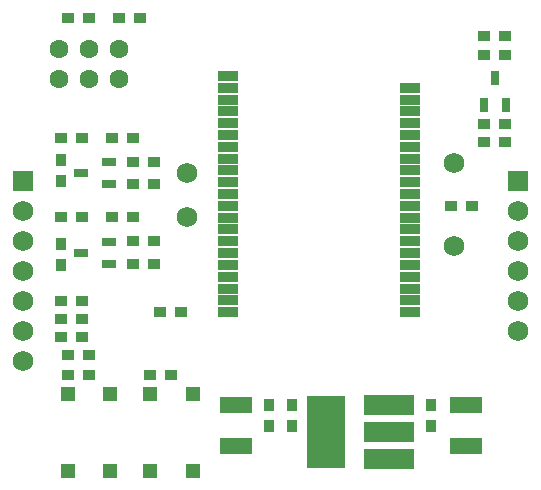
<source format=gts>
%FSLAX25Y25*%
%MOIN*%
G70*
G01*
G75*
G04 Layer_Color=8388736*
%ADD10R,0.03500X0.03000*%
%ADD11R,0.02362X0.04299*%
%ADD12R,0.03000X0.03500*%
%ADD13R,0.04299X0.02362*%
%ADD14R,0.09843X0.04724*%
%ADD15R,0.11811X0.23622*%
%ADD16R,0.15748X0.06000*%
%ADD17R,0.03937X0.03937*%
%ADD18R,0.03937X0.03937*%
%ADD19R,0.05709X0.02756*%
%ADD20C,0.03000*%
%ADD21C,0.01000*%
%ADD22C,0.05000*%
%ADD23C,0.02500*%
%ADD24C,0.02000*%
%ADD25C,0.06000*%
%ADD26R,0.10000X0.16933*%
%ADD27C,0.05512*%
%ADD28C,0.06000*%
%ADD29R,0.06000X0.06000*%
%ADD30C,0.02500*%
%ADD31C,0.00500*%
%ADD32C,0.00787*%
%ADD33C,0.00600*%
%ADD34C,0.00800*%
%ADD35C,0.01500*%
%ADD36R,0.11811X0.01300*%
%ADD37C,0.00100*%
%ADD38R,0.04300X0.03800*%
%ADD39R,0.03162X0.05099*%
%ADD40R,0.03800X0.04300*%
%ADD41R,0.05099X0.03162*%
%ADD42R,0.10642X0.05524*%
%ADD43R,0.12611X0.24422*%
%ADD44R,0.16548X0.06800*%
%ADD45R,0.04737X0.04737*%
%ADD46R,0.04737X0.04737*%
%ADD47R,0.06509X0.03556*%
%ADD48C,0.06312*%
%ADD49C,0.06800*%
%ADD50R,0.06800X0.06800*%
D38*
X159500Y155500D02*
D03*
X166500D02*
D03*
X159500Y126000D02*
D03*
X166500D02*
D03*
Y120000D02*
D03*
X159500D02*
D03*
X166500Y149000D02*
D03*
X159500D02*
D03*
X18500Y121500D02*
D03*
X25500D02*
D03*
X18500Y95000D02*
D03*
X25500D02*
D03*
X42500Y121500D02*
D03*
X35500D02*
D03*
X42500Y95000D02*
D03*
X35500D02*
D03*
X45000Y161600D02*
D03*
X38000D02*
D03*
X21000D02*
D03*
X28000D02*
D03*
X21000Y49000D02*
D03*
X28000D02*
D03*
X49500Y79500D02*
D03*
X42500D02*
D03*
X49500Y87000D02*
D03*
X42500D02*
D03*
X49500Y106000D02*
D03*
X42500D02*
D03*
X49500Y113500D02*
D03*
X42500D02*
D03*
X28000Y42500D02*
D03*
X21000D02*
D03*
X48300D02*
D03*
X55300D02*
D03*
X51500Y63500D02*
D03*
X58500D02*
D03*
X18500Y67000D02*
D03*
X25500D02*
D03*
X18500Y61000D02*
D03*
X25500D02*
D03*
X148500Y98933D02*
D03*
X155500D02*
D03*
X18500Y55000D02*
D03*
X25500D02*
D03*
D39*
X159500Y132500D02*
D03*
X166980D02*
D03*
X163240Y141587D02*
D03*
D40*
X88000Y25500D02*
D03*
Y32500D02*
D03*
X95500Y25500D02*
D03*
Y32500D02*
D03*
X142000Y25500D02*
D03*
Y32500D02*
D03*
X18500Y107000D02*
D03*
Y114000D02*
D03*
X18500Y86000D02*
D03*
Y79000D02*
D03*
D41*
X25413Y83240D02*
D03*
Y109740D02*
D03*
X34500Y79500D02*
D03*
Y86980D02*
D03*
Y106000D02*
D03*
Y113480D02*
D03*
D42*
X77000Y18721D02*
D03*
Y32500D02*
D03*
X153500Y18721D02*
D03*
Y32500D02*
D03*
D43*
X107000Y23500D02*
D03*
D44*
X128000D02*
D03*
Y32500D02*
D03*
Y14500D02*
D03*
D45*
X20827Y10409D02*
D03*
Y36000D02*
D03*
X48327Y10409D02*
D03*
Y36000D02*
D03*
D46*
X35000Y10409D02*
D03*
Y36000D02*
D03*
X62500Y10409D02*
D03*
Y36000D02*
D03*
D47*
X135000Y63433D02*
D03*
Y67370D02*
D03*
Y71307D02*
D03*
Y75244D02*
D03*
Y79181D02*
D03*
Y83118D02*
D03*
Y87055D02*
D03*
Y90992D02*
D03*
Y94929D02*
D03*
Y98866D02*
D03*
Y102803D02*
D03*
Y106740D02*
D03*
Y110677D02*
D03*
Y114614D02*
D03*
Y118551D02*
D03*
Y122488D02*
D03*
Y126425D02*
D03*
Y130362D02*
D03*
Y134299D02*
D03*
Y138236D02*
D03*
X74370D02*
D03*
Y134299D02*
D03*
Y130362D02*
D03*
Y126425D02*
D03*
Y122488D02*
D03*
Y118551D02*
D03*
Y114614D02*
D03*
Y110677D02*
D03*
Y106740D02*
D03*
Y102803D02*
D03*
Y98866D02*
D03*
Y94929D02*
D03*
Y90992D02*
D03*
Y87055D02*
D03*
Y83118D02*
D03*
Y79181D02*
D03*
Y75244D02*
D03*
Y71307D02*
D03*
Y67370D02*
D03*
Y63433D02*
D03*
Y142173D02*
D03*
D48*
X18000Y141100D02*
D03*
X28000D02*
D03*
X38000Y151100D02*
D03*
X18000D02*
D03*
X38000Y141100D02*
D03*
X28000Y151100D02*
D03*
D49*
X171000Y97000D02*
D03*
X60500Y95000D02*
D03*
Y109700D02*
D03*
X149500Y85500D02*
D03*
Y113300D02*
D03*
X6000Y77000D02*
D03*
Y87000D02*
D03*
Y97000D02*
D03*
X171000Y57000D02*
D03*
Y67000D02*
D03*
Y87000D02*
D03*
X6000Y47000D02*
D03*
Y57000D02*
D03*
Y67000D02*
D03*
X171000Y77000D02*
D03*
D50*
Y107000D02*
D03*
X6000D02*
D03*
M02*

</source>
